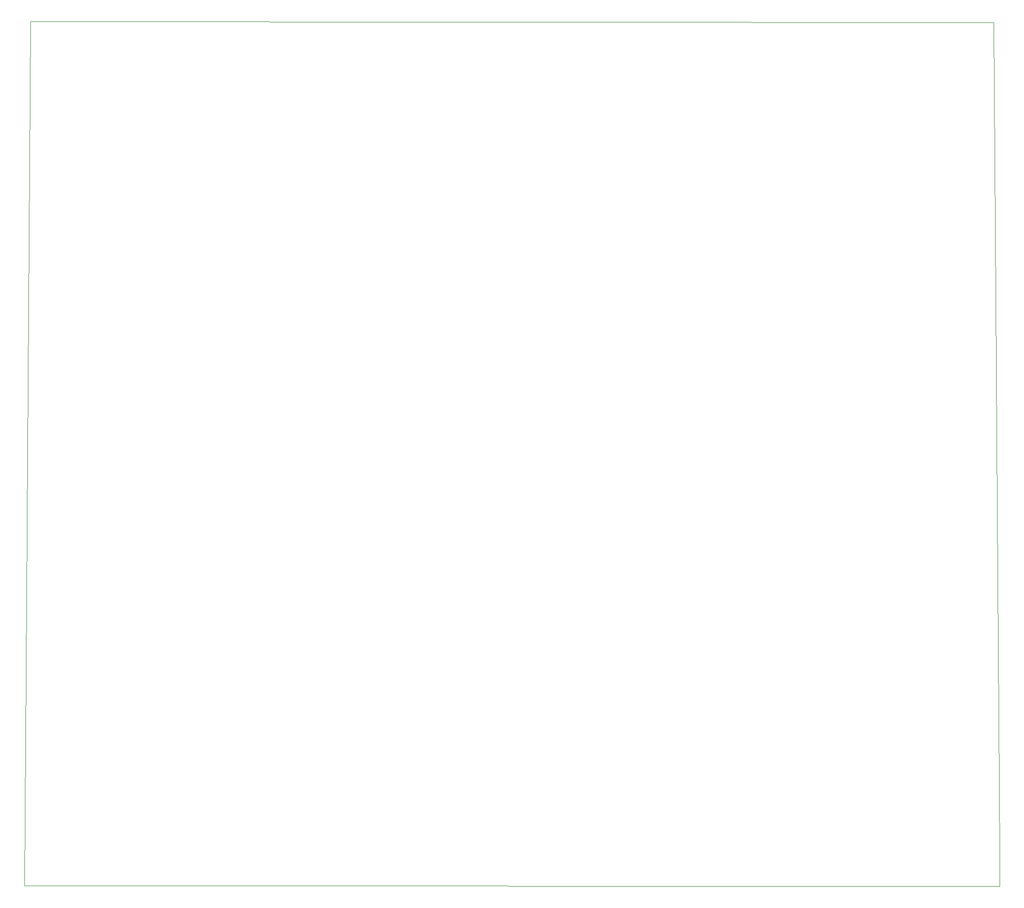
<source format=gm1>
%TF.GenerationSoftware,KiCad,Pcbnew,6.0.4-6f826c9f35~116~ubuntu18.04.1*%
%TF.CreationDate,2022-03-30T21:42:36+05:30*%
%TF.ProjectId,dg Monitor,6467204d-6f6e-4697-946f-722e6b696361,rev?*%
%TF.SameCoordinates,Original*%
%TF.FileFunction,Profile,NP*%
%FSLAX46Y46*%
G04 Gerber Fmt 4.6, Leading zero omitted, Abs format (unit mm)*
G04 Created by KiCad (PCBNEW 6.0.4-6f826c9f35~116~ubuntu18.04.1) date 2022-03-30 21:42:36*
%MOMM*%
%LPD*%
G01*
G04 APERTURE LIST*
%TA.AperFunction,Profile*%
%ADD10C,0.050000*%
%TD*%
G04 APERTURE END LIST*
D10*
X201218643Y-22047757D02*
X202218643Y-164047757D01*
X202183412Y-169000000D01*
X36536536Y-168934964D01*
X37537124Y-21934964D01*
X201218643Y-22047757D01*
M02*

</source>
